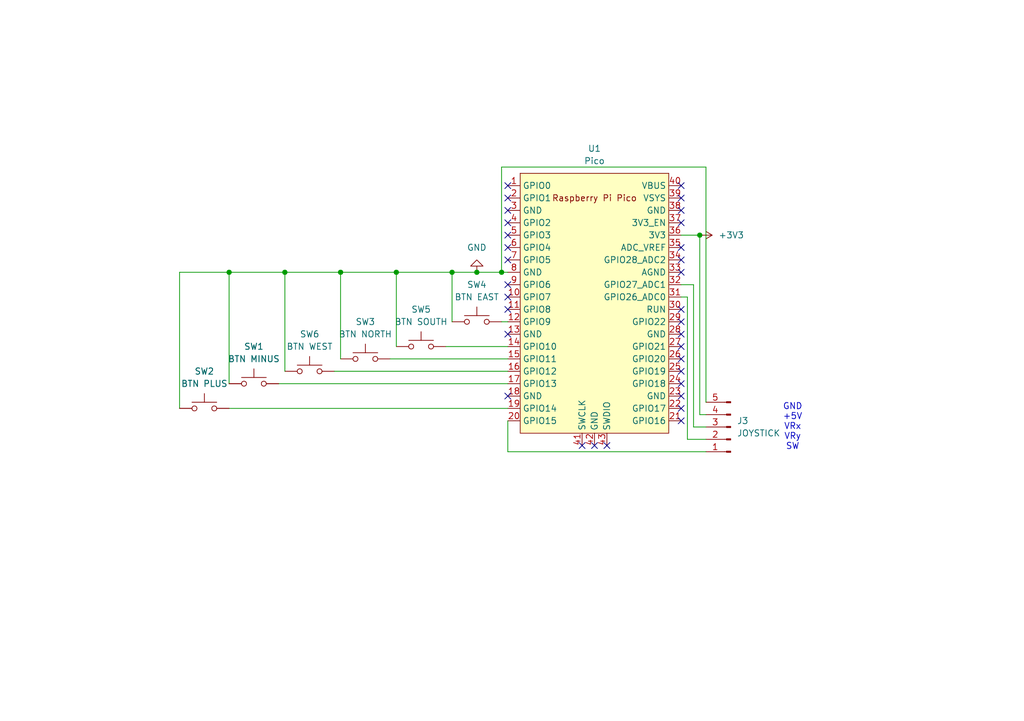
<source format=kicad_sch>
(kicad_sch (version 20231120) (generator "eeschema") (generator_version "8.0")
  (paper "A5")
  (title_block (title "Andrew Arcade Controller") (date "2024-11-01") (rev "1") (company "ONYX Development"))
  (lib_symbols
    (symbol "Connector:Conn_01x05_Pin" (pin_names (offset 1.016) hide)
      (property "Reference" "J" (at 0 7.62 0))
      (property "Value" "Conn_01x05_Pin" (at 0 -7.62 0))
      (symbol "Conn_01x05_Pin_1_1"
        (polyline (pts (xy 1.27 -5.08) (xy 0.8636 -5.08)) (stroke (width 0.1524)))
        (polyline (pts (xy 1.27 -2.54) (xy 0.8636 -2.54)) (stroke (width 0.1524)))
        (polyline (pts (xy 1.27 0) (xy 0.8636 0)) (stroke (width 0.1524)))
        (polyline (pts (xy 1.27 2.54) (xy 0.8636 2.54)) (stroke (width 0.1524)))
        (polyline (pts (xy 1.27 5.08) (xy 0.8636 5.08)) (stroke (width 0.1524)))
        (rectangle (start 0.8636 -4.953) (end 0 -5.207) (stroke (width 0.1524)) (fill (type outline)))
        (rectangle (start 0.8636 -2.413) (end 0 -2.667) (stroke (width 0.1524)) (fill (type outline)))
        (rectangle (start 0.8636 0.127) (end 0 -0.127) (stroke (width 0.1524)) (fill (type outline)))
        (rectangle (start 0.8636 2.667) (end 0 2.413) (stroke (width 0.1524)) (fill (type outline)))
        (rectangle (start 0.8636 5.207) (end 0 4.953) (stroke (width 0.1524)) (fill (type outline)))
        (pin passive line (at 5.08 5.08 180) (length 3.81) (name "Pin_1") (number "1"))
        (pin passive line (at 5.08 2.54 180) (length 3.81) (name "Pin_2") (number "2"))
        (pin passive line (at 5.08 0 180) (length 3.81) (name "Pin_3") (number "3"))
        (pin passive line (at 5.08 -2.54 180) (length 3.81) (name "Pin_4") (number "4"))
        (pin passive line (at 5.08 -5.08 180) (length 3.81) (name "Pin_5") (number "5"))
      )
    )
    (symbol "MCU_RaspberryPi_and_Boards:Pico"
      (property "Reference" "U" (at -13.97 27.94 0))
      (property "Value" "Pico" (at 0 19.05 0))
      (symbol "Pico_0_0"
        (text "Raspberry Pi Pico" (at 0 21.59 0) (effects (font (size 1.27 1.27))))
      )
      (symbol "Pico_0_1"
        (rectangle (start -15.24 26.67) (end 15.24 -26.67) (fill (type background)))
      )
      (symbol "Pico_1_1"
        (pin bidirectional line (at -17.78 24.13 0) (length 2.54) (name "GPIO0") (number "1"))
        (pin bidirectional line (at -17.78 1.27 0) (length 2.54) (name "GPIO7") (number "10"))
        (pin bidirectional line (at -17.78 -1.27 0) (length 2.54) (name "GPIO8") (number "11"))
        (pin bidirectional line (at -17.78 -3.81 0) (length 2.54) (name "GPIO9") (number "12"))
        (pin power_in line (at -17.78 -6.35 0) (length 2.54) (name "GND") (number "13"))
        (pin bidirectional line (at -17.78 -8.89 0) (length 2.54) (name "GPIO10") (number "14"))
        (pin bidirectional line (at -17.78 -11.43 0) (length 2.54) (name "GPIO11") (number "15"))
        (pin bidirectional line (at -17.78 -13.97 0) (length 2.54) (name "GPIO12") (number "16"))
        (pin bidirectional line (at -17.78 -16.51 0) (length 2.54) (name "GPIO13") (number "17"))
        (pin power_in line (at -17.78 -19.05 0) (length 2.54) (name "GND") (number "18"))
        (pin bidirectional line (at -17.78 -21.59 0) (length 2.54) (name "GPIO14") (number "19"))
        (pin bidirectional line (at -17.78 21.59 0) (length 2.54) (name "GPIO1") (number "2"))
        (pin bidirectional line (at -17.78 -24.13 0) (length 2.54) (name "GPIO15") (number "20"))
        (pin bidirectional line (at 17.78 -24.13 180) (length 2.54) (name "GPIO16") (number "21"))
        (pin bidirectional line (at 17.78 -21.59 180) (length 2.54) (name "GPIO17") (number "22"))
        (pin power_in line (at 17.78 -19.05 180) (length 2.54) (name "GND") (number "23"))
        (pin bidirectional line (at 17.78 -16.51 180) (length 2.54) (name "GPIO18") (number "24"))
        (pin bidirectional line (at 17.78 -13.97 180) (length 2.54) (name "GPIO19") (number "25"))
        (pin bidirectional line (at 17.78 -11.43 180) (length 2.54) (name "GPIO20") (number "26"))
        (pin bidirectional line (at 17.78 -8.89 180) (length 2.54) (name "GPIO21") (number "27"))
        (pin power_in line (at 17.78 -6.35 180) (length 2.54) (name "GND") (number "28"))
        (pin bidirectional line (at 17.78 -3.81 180) (length 2.54) (name "GPIO22") (number "29"))
        (pin power_in line (at -17.78 19.05 0) (length 2.54) (name "GND") (number "3"))
        (pin input line (at 17.78 -1.27 180) (length 2.54) (name "RUN") (number "30"))
        (pin bidirectional line (at 17.78 1.27 180) (length 2.54) (name "GPIO26_ADC0") (number "31"))
        (pin bidirectional line (at 17.78 3.81 180) (length 2.54) (name "GPIO27_ADC1") (number "32"))
        (pin power_in line (at 17.78 6.35 180) (length 2.54) (name "AGND") (number "33"))
        (pin bidirectional line (at 17.78 8.89 180) (length 2.54) (name "GPIO28_ADC2") (number "34"))
        (pin power_in line (at 17.78 11.43 180) (length 2.54) (name "ADC_VREF") (number "35"))
        (pin power_in line (at 17.78 13.97 180) (length 2.54) (name "3V3") (number "36"))
        (pin input line (at 17.78 16.51 180) (length 2.54) (name "3V3_EN") (number "37"))
        (pin bidirectional line (at 17.78 19.05 180) (length 2.54) (name "GND") (number "38"))
        (pin power_in line (at 17.78 21.59 180) (length 2.54) (name "VSYS") (number "39"))
        (pin bidirectional line (at -17.78 16.51 0) (length 2.54) (name "GPIO2") (number "4"))
        (pin power_in line (at 17.78 24.13 180) (length 2.54) (name "VBUS") (number "40"))
        (pin input line (at -2.54 -29.21 90) (length 2.54) (name "SWCLK") (number "41"))
        (pin power_in line (at 0 -29.21 90) (length 2.54) (name "GND") (number "42"))
        (pin bidirectional line (at 2.54 -29.21 90) (length 2.54) (name "SWDIO") (number "43"))
        (pin bidirectional line (at -17.78 13.97 0) (length 2.54) (name "GPIO3") (number "5"))
        (pin bidirectional line (at -17.78 11.43 0) (length 2.54) (name "GPIO4") (number "6"))
        (pin bidirectional line (at -17.78 8.89 0) (length 2.54) (name "GPIO5") (number "7"))
        (pin power_in line (at -17.78 6.35 0) (length 2.54) (name "GND") (number "8"))
        (pin bidirectional line (at -17.78 3.81 0) (length 2.54) (name "GPIO6") (number "9"))
      )
    )
    (symbol "Switch:SW_Push" (pin_numbers hide) (pin_names (offset 1.016) hide)
      (property "Reference" "SW" (at 1.27 2.54 0))
      (property "Value" "SW_Push" (at 0 -1.524 0))
      (symbol "SW_Push_0_1"
        (circle (center -2.032 0) (radius 0.508))
        (polyline (pts (xy 0 1.27) (xy 0 3.048)))
        (polyline (pts (xy 2.54 1.27) (xy -2.54 1.27)))
        (circle (center 2.032 0) (radius 0.508))
        (pin passive line (at -5.08 0 0) (length 2.54) (name "1") (number "1"))
        (pin passive line (at 5.08 0 180) (length 2.54) (name "2") (number "2"))
      )
    )
    (symbol "power:+3V3" (power) (pin_numbers hide) (pin_names (offset 0) hide)
      (property "Value" "+3V3" (at 0 3.556 0))
      (symbol "+3V3_0_1"
        (polyline (pts (xy -0.762 1.27) (xy 0 2.54)))
        (polyline (pts (xy 0 0) (xy 0 2.54)))
        (polyline (pts (xy 0 2.54) (xy 0.762 1.27)))
      )
      (symbol "+3V3_1_1"
        (pin power_in line (at 0 0 90) (length 0) (name "~") (number "1"))
      )
    )
    (symbol "power:GND" (power) (pin_numbers hide) (pin_names (offset 0) hide)
      (property "Value" "GND" (at 0 -3.81 0))
      (symbol "GND_0_1"
        (polyline (pts (xy 0 0) (xy 0 -1.27) (xy 1.27 -1.27) (xy 0 -2.54) (xy -1.27 -1.27) (xy 0 -1.27)))
      )
      (symbol "GND_1_1"
        (pin power_in line (at 0 0 270) (length 0) (name "~") (number "1"))
      )
    )
  )
  (junction (at 81.28 55.88))
  (junction (at 58.42 55.88))
  (junction (at 46.99 55.88))
  (junction (at 92.71 55.88))
  (junction (at 102.87 55.88))
  (junction (at 97.79 55.88))
  (junction (at 69.85 55.88))
  (junction (at 143.51 48.26))
  (no_connect (at 104.14 50.8))
  (no_connect (at 139.7 45.72))
  (no_connect (at 119.38 91.44))
  (no_connect (at 139.7 86.36))
  (no_connect (at 121.92 91.44))
  (no_connect (at 139.7 43.18))
  (no_connect (at 139.7 63.5))
  (no_connect (at 139.7 50.8))
  (no_connect (at 124.46 91.44))
  (no_connect (at 104.14 63.5))
  (no_connect (at 139.7 55.88))
  (no_connect (at 139.7 66.04))
  (no_connect (at 139.7 68.58))
  (no_connect (at 104.14 53.34))
  (no_connect (at 104.14 58.42))
  (no_connect (at 104.14 60.96))
  (no_connect (at 104.14 40.64))
  (no_connect (at 104.14 38.1))
  (no_connect (at 139.7 76.2))
  (no_connect (at 104.14 68.58))
  (no_connect (at 104.14 43.18))
  (no_connect (at 104.14 48.26))
  (no_connect (at 139.7 83.82))
  (no_connect (at 139.7 38.1))
  (no_connect (at 139.7 78.74))
  (no_connect (at 104.14 45.72))
  (no_connect (at 139.7 71.12))
  (no_connect (at 139.7 40.64))
  (no_connect (at 139.7 53.34))
  (no_connect (at 139.7 81.28))
  (no_connect (at 104.14 81.28))
  (no_connect (at 139.7 73.66))
  (wire (pts (xy 142.24 58.42) (xy 139.7 58.42)))
  (wire (pts (xy 58.42 55.88) (xy 58.42 76.2)))
  (wire (pts (xy 143.51 48.26) (xy 143.51 85.09)))
  (wire (pts (xy 143.51 85.09) (xy 144.78 85.09)))
  (wire (pts (xy 102.87 66.04) (xy 104.14 66.04)))
  (wire (pts (xy 140.97 90.17) (xy 144.78 90.17)))
  (wire (pts (xy 46.99 55.88) (xy 46.99 78.74)))
  (wire (pts (xy 68.58 76.2) (xy 104.14 76.2)))
  (wire (pts (xy 69.85 55.88) (xy 69.85 73.66)))
  (wire (pts (xy 102.87 55.88) (xy 97.79 55.88)))
  (wire (pts (xy 46.99 55.88) (xy 36.83 55.88)))
  (wire (pts (xy 91.44 71.12) (xy 104.14 71.12)))
  (wire (pts (xy 92.71 55.88) (xy 81.28 55.88)))
  (wire (pts (xy 140.97 60.96) (xy 139.7 60.96)))
  (wire (pts (xy 58.42 55.88) (xy 46.99 55.88)))
  (wire (pts (xy 69.85 55.88) (xy 58.42 55.88)))
  (wire (pts (xy 144.78 92.71) (xy 104.14 92.71)))
  (wire (pts (xy 140.97 60.96) (xy 140.97 90.17)))
  (wire (pts (xy 144.78 87.63) (xy 142.24 87.63)))
  (wire (pts (xy 80.01 73.66) (xy 104.14 73.66)))
  (wire (pts (xy 139.7 48.26) (xy 143.51 48.26)))
  (wire (pts (xy 46.99 83.82) (xy 104.14 83.82)))
  (wire (pts (xy 97.79 55.88) (xy 92.71 55.88)))
  (wire (pts (xy 142.24 87.63) (xy 142.24 58.42)))
  (wire (pts (xy 57.15 78.74) (xy 104.14 78.74)))
  (wire (pts (xy 104.14 55.88) (xy 102.87 55.88)))
  (wire (pts (xy 144.78 82.55) (xy 144.78 34.29)))
  (wire (pts (xy 36.83 55.88) (xy 36.83 83.82)))
  (wire (pts (xy 144.78 34.29) (xy 102.87 34.29)))
  (wire (pts (xy 102.87 34.29) (xy 102.87 55.88)))
  (wire (pts (xy 92.71 55.88) (xy 92.71 66.04)))
  (wire (pts (xy 104.14 86.36) (xy 104.14 92.71)))
  (wire (pts (xy 81.28 55.88) (xy 81.28 71.12)))
  (wire (pts (xy 81.28 55.88) (xy 69.85 55.88)))
  (text "GND\n+5V\nVRx\nVRy\nSW" (at 162.56 87.63 0) (effects (font (size 1.27 1.27))))
  (symbol (lib_id "Switch:SW_Push") (at 86.36 71.12 0) (unit 1)
    (property "Reference" "SW5" (at 86.36 63.5 0))
    (property "Value" "BTN SOUTH" (at 86.36 66.04 0))
    (property "Footprint" "Button_Switch_THT:SW_PUSH_6mm_H5mm" (effects (hide yes)))
    (property "Description" "Push button switch, generic, two pins" (effects (hide yes)))
  )
  (symbol (lib_id "Switch:SW_Push") (at 97.79 66.04 0) (unit 1)
    (property "Reference" "SW4" (at 97.79 58.42 0))
    (property "Value" "BTN EAST" (at 97.79 60.96 0))
    (property "Footprint" "Button_Switch_THT:SW_PUSH_6mm_H5mm" (effects (hide yes)))
    (property "Description" "Push button switch, generic, two pins" (effects (hide yes)))
  )
  (symbol (lib_id "power:GND") (at 97.79 55.88 180) (unit 1)
    (property "Reference" "#PWR01" (effects (hide yes)))
    (property "Value" "GND" (at 97.79 50.8 0))
    (property "Description" "Power symbol creates a global label with name \"GND\" , ground" (effects (hide yes)))
  )
  (symbol (lib_id "MCU_RaspberryPi_and_Boards:Pico") (at 121.92 62.23 0) (unit 1)
    (property "Reference" "U1" (at 121.92 30.48 0))
    (property "Value" "Pico" (at 121.92 33.02 0))
    (property "Footprint" "RPi_Pico:RPi_Pico_SMD_TH" (effects (hide yes)))
  )
  (symbol (lib_id "Switch:SW_Push") (at 74.93 73.66 0) (unit 1)
    (property "Reference" "SW3" (at 74.93 66.04 0))
    (property "Value" "BTN NORTH" (at 74.93 68.58 0))
    (property "Footprint" "Button_Switch_THT:SW_PUSH_6mm_H5mm" (effects (hide yes)))
    (property "Description" "Push button switch, generic, two pins" (effects (hide yes)))
  )
  (symbol (lib_id "Switch:SW_Push") (at 63.5 76.2 0) (unit 1)
    (property "Reference" "SW6" (at 63.5 68.58 0))
    (property "Value" "BTN WEST" (at 63.5 71.12 0))
    (property "Footprint" "Button_Switch_THT:SW_PUSH_6mm_H5mm" (effects (hide yes)))
    (property "Description" "Push button switch, generic, two pins" (effects (hide yes)))
  )
  (symbol (lib_id "power:+3V3") (at 143.51 48.26 270) (unit 1)
    (property "Reference" "#PWR02" (effects (hide yes)))
    (property "Value" "+3V3" (at 147.32 48.2599 90) (effects (justify left)))
    (property "Description" "Power symbol creates a global label with name \"+3V3\"" (effects (hide yes)))
  )
  (symbol (lib_id "Switch:SW_Push") (at 41.91 83.82 0) (unit 1)
    (property "Reference" "SW2" (at 41.91 76.2 0))
    (property "Value" "BTN PLUS" (at 41.91 78.74 0))
    (property "Footprint" "Button_Switch_THT:SW_PUSH_6mm_H5mm" (effects (hide yes)))
    (property "Description" "Push button switch, generic, two pins" (effects (hide yes)))
  )
  (symbol (lib_id "Connector:Conn_01x05_Pin") (at 149.86 87.63 180) (unit 1)
    (property "Reference" "J3" (at 151.13 86.3599 0) (effects (justify right)))
    (property "Value" "JOYSTICK" (at 151.13 88.8999 0) (effects (justify right)))
    (property "Footprint" "Connector_PinSocket_2.54mm:PinSocket_1x05_P2.54mm_Vertical" (effects (hide yes)))
    (property "Description" "Generic connector, single row, 01x05, script generated" (effects (hide yes)))
  )
  (symbol (lib_id "Switch:SW_Push") (at 52.07 78.74 0) (unit 1)
    (property "Reference" "SW1" (at 52.07 71.12 0))
    (property "Value" "BTN MINUS" (at 52.07 73.66 0))
    (property "Footprint" "Button_Switch_THT:SW_PUSH_6mm_H5mm" (effects (hide yes)))
    (property "Description" "Push button switch, generic, two pins" (effects (hide yes)))
  )
)
</source>
